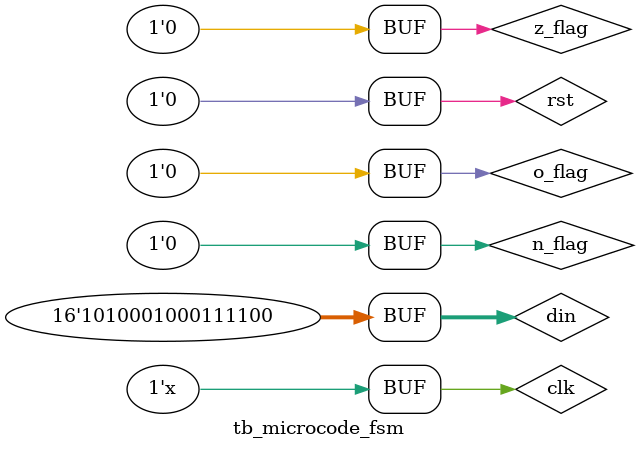
<source format=v>
`timescale 1ns/1ns
module tb_microcode_fsm;

//input
reg [15:0] din;
reg o_flag,z_flag,n_flag;
reg clk,rst;

//output 
wire [2:0] waddr;
wire [2:0] ra,rb;
wire [2:0] op;
wire ie,write,reada,readb,en,oe,bypassa,bypassb,mov_sel;

microcode_fsm dut(din,o_flag,z_flag,n_flag,clk,rst,waddr,ra,rb,op,ie,write,reada,readb,en,oe,bypassa,bypassb,mov_sel);

initial clk=0;
always #2 clk=~clk;

initial begin
    rst<=1;
    #10 rst <= 0;
    o_flag<=0;
    z_flag<=0;
    n_flag<=0;
    din<=16'b0000_000_001_101_000;
    #10 din<= 16'b1010_001_000111100;
end

endmodule
</source>
